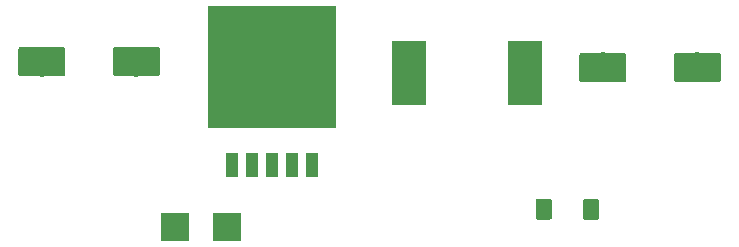
<source format=gbr>
G04 #@! TF.GenerationSoftware,KiCad,Pcbnew,5.1.4-e60b266~84~ubuntu18.04.1*
G04 #@! TF.CreationDate,2019-10-24T23:11:55-03:00*
G04 #@! TF.ProjectId,Fuente Step Up Xl6009 DC-DC ajustable 5v-35v_v2,4675656e-7465-4205-9374-657020557020,0b*
G04 #@! TF.SameCoordinates,Original*
G04 #@! TF.FileFunction,Paste,Top*
G04 #@! TF.FilePolarity,Positive*
%FSLAX46Y46*%
G04 Gerber Fmt 4.6, Leading zero omitted, Abs format (unit mm)*
G04 Created by KiCad (PCBNEW 5.1.4-e60b266~84~ubuntu18.04.1) date 2019-10-24 23:11:55*
%MOMM*%
%LPD*%
G04 APERTURE LIST*
%ADD10R,10.800000X10.410000*%
%ADD11R,1.066800X2.159000*%
%ADD12C,0.100000*%
%ADD13C,2.500000*%
%ADD14R,2.400000X2.400000*%
%ADD15R,2.900000X5.400000*%
%ADD16C,1.400000*%
G04 APERTURE END LIST*
D10*
X138000000Y-97460000D03*
D11*
X134596400Y-105791200D03*
X136298200Y-105791200D03*
X138000000Y-105791200D03*
X139701800Y-105791200D03*
X141403600Y-105791200D03*
D12*
G36*
X175774504Y-96251204D02*
G01*
X175798773Y-96254804D01*
X175822571Y-96260765D01*
X175845671Y-96269030D01*
X175867849Y-96279520D01*
X175888893Y-96292133D01*
X175908598Y-96306747D01*
X175926777Y-96323223D01*
X175943253Y-96341402D01*
X175957867Y-96361107D01*
X175970480Y-96382151D01*
X175980970Y-96404329D01*
X175989235Y-96427429D01*
X175995196Y-96451227D01*
X175998796Y-96475496D01*
X176000000Y-96500000D01*
X176000000Y-98500000D01*
X175998796Y-98524504D01*
X175995196Y-98548773D01*
X175989235Y-98572571D01*
X175980970Y-98595671D01*
X175970480Y-98617849D01*
X175957867Y-98638893D01*
X175943253Y-98658598D01*
X175926777Y-98676777D01*
X175908598Y-98693253D01*
X175888893Y-98707867D01*
X175867849Y-98720480D01*
X175845671Y-98730970D01*
X175822571Y-98739235D01*
X175798773Y-98745196D01*
X175774504Y-98748796D01*
X175750000Y-98750000D01*
X172250000Y-98750000D01*
X172225496Y-98748796D01*
X172201227Y-98745196D01*
X172177429Y-98739235D01*
X172154329Y-98730970D01*
X172132151Y-98720480D01*
X172111107Y-98707867D01*
X172091402Y-98693253D01*
X172073223Y-98676777D01*
X172056747Y-98658598D01*
X172042133Y-98638893D01*
X172029520Y-98617849D01*
X172019030Y-98595671D01*
X172010765Y-98572571D01*
X172004804Y-98548773D01*
X172001204Y-98524504D01*
X172000000Y-98500000D01*
X172000000Y-96500000D01*
X172001204Y-96475496D01*
X172004804Y-96451227D01*
X172010765Y-96427429D01*
X172019030Y-96404329D01*
X172029520Y-96382151D01*
X172042133Y-96361107D01*
X172056747Y-96341402D01*
X172073223Y-96323223D01*
X172091402Y-96306747D01*
X172111107Y-96292133D01*
X172132151Y-96279520D01*
X172154329Y-96269030D01*
X172177429Y-96260765D01*
X172201227Y-96254804D01*
X172225496Y-96251204D01*
X172250000Y-96250000D01*
X175750000Y-96250000D01*
X175774504Y-96251204D01*
X175774504Y-96251204D01*
G37*
D13*
X174000000Y-97500000D03*
D12*
G36*
X167774504Y-96251204D02*
G01*
X167798773Y-96254804D01*
X167822571Y-96260765D01*
X167845671Y-96269030D01*
X167867849Y-96279520D01*
X167888893Y-96292133D01*
X167908598Y-96306747D01*
X167926777Y-96323223D01*
X167943253Y-96341402D01*
X167957867Y-96361107D01*
X167970480Y-96382151D01*
X167980970Y-96404329D01*
X167989235Y-96427429D01*
X167995196Y-96451227D01*
X167998796Y-96475496D01*
X168000000Y-96500000D01*
X168000000Y-98500000D01*
X167998796Y-98524504D01*
X167995196Y-98548773D01*
X167989235Y-98572571D01*
X167980970Y-98595671D01*
X167970480Y-98617849D01*
X167957867Y-98638893D01*
X167943253Y-98658598D01*
X167926777Y-98676777D01*
X167908598Y-98693253D01*
X167888893Y-98707867D01*
X167867849Y-98720480D01*
X167845671Y-98730970D01*
X167822571Y-98739235D01*
X167798773Y-98745196D01*
X167774504Y-98748796D01*
X167750000Y-98750000D01*
X164250000Y-98750000D01*
X164225496Y-98748796D01*
X164201227Y-98745196D01*
X164177429Y-98739235D01*
X164154329Y-98730970D01*
X164132151Y-98720480D01*
X164111107Y-98707867D01*
X164091402Y-98693253D01*
X164073223Y-98676777D01*
X164056747Y-98658598D01*
X164042133Y-98638893D01*
X164029520Y-98617849D01*
X164019030Y-98595671D01*
X164010765Y-98572571D01*
X164004804Y-98548773D01*
X164001204Y-98524504D01*
X164000000Y-98500000D01*
X164000000Y-96500000D01*
X164001204Y-96475496D01*
X164004804Y-96451227D01*
X164010765Y-96427429D01*
X164019030Y-96404329D01*
X164029520Y-96382151D01*
X164042133Y-96361107D01*
X164056747Y-96341402D01*
X164073223Y-96323223D01*
X164091402Y-96306747D01*
X164111107Y-96292133D01*
X164132151Y-96279520D01*
X164154329Y-96269030D01*
X164177429Y-96260765D01*
X164201227Y-96254804D01*
X164225496Y-96251204D01*
X164250000Y-96250000D01*
X167750000Y-96250000D01*
X167774504Y-96251204D01*
X167774504Y-96251204D01*
G37*
D13*
X166000000Y-97500000D03*
D12*
G36*
X128274504Y-95751204D02*
G01*
X128298773Y-95754804D01*
X128322571Y-95760765D01*
X128345671Y-95769030D01*
X128367849Y-95779520D01*
X128388893Y-95792133D01*
X128408598Y-95806747D01*
X128426777Y-95823223D01*
X128443253Y-95841402D01*
X128457867Y-95861107D01*
X128470480Y-95882151D01*
X128480970Y-95904329D01*
X128489235Y-95927429D01*
X128495196Y-95951227D01*
X128498796Y-95975496D01*
X128500000Y-96000000D01*
X128500000Y-98000000D01*
X128498796Y-98024504D01*
X128495196Y-98048773D01*
X128489235Y-98072571D01*
X128480970Y-98095671D01*
X128470480Y-98117849D01*
X128457867Y-98138893D01*
X128443253Y-98158598D01*
X128426777Y-98176777D01*
X128408598Y-98193253D01*
X128388893Y-98207867D01*
X128367849Y-98220480D01*
X128345671Y-98230970D01*
X128322571Y-98239235D01*
X128298773Y-98245196D01*
X128274504Y-98248796D01*
X128250000Y-98250000D01*
X124750000Y-98250000D01*
X124725496Y-98248796D01*
X124701227Y-98245196D01*
X124677429Y-98239235D01*
X124654329Y-98230970D01*
X124632151Y-98220480D01*
X124611107Y-98207867D01*
X124591402Y-98193253D01*
X124573223Y-98176777D01*
X124556747Y-98158598D01*
X124542133Y-98138893D01*
X124529520Y-98117849D01*
X124519030Y-98095671D01*
X124510765Y-98072571D01*
X124504804Y-98048773D01*
X124501204Y-98024504D01*
X124500000Y-98000000D01*
X124500000Y-96000000D01*
X124501204Y-95975496D01*
X124504804Y-95951227D01*
X124510765Y-95927429D01*
X124519030Y-95904329D01*
X124529520Y-95882151D01*
X124542133Y-95861107D01*
X124556747Y-95841402D01*
X124573223Y-95823223D01*
X124591402Y-95806747D01*
X124611107Y-95792133D01*
X124632151Y-95779520D01*
X124654329Y-95769030D01*
X124677429Y-95760765D01*
X124701227Y-95754804D01*
X124725496Y-95751204D01*
X124750000Y-95750000D01*
X128250000Y-95750000D01*
X128274504Y-95751204D01*
X128274504Y-95751204D01*
G37*
D13*
X126500000Y-97000000D03*
D12*
G36*
X120274504Y-95751204D02*
G01*
X120298773Y-95754804D01*
X120322571Y-95760765D01*
X120345671Y-95769030D01*
X120367849Y-95779520D01*
X120388893Y-95792133D01*
X120408598Y-95806747D01*
X120426777Y-95823223D01*
X120443253Y-95841402D01*
X120457867Y-95861107D01*
X120470480Y-95882151D01*
X120480970Y-95904329D01*
X120489235Y-95927429D01*
X120495196Y-95951227D01*
X120498796Y-95975496D01*
X120500000Y-96000000D01*
X120500000Y-98000000D01*
X120498796Y-98024504D01*
X120495196Y-98048773D01*
X120489235Y-98072571D01*
X120480970Y-98095671D01*
X120470480Y-98117849D01*
X120457867Y-98138893D01*
X120443253Y-98158598D01*
X120426777Y-98176777D01*
X120408598Y-98193253D01*
X120388893Y-98207867D01*
X120367849Y-98220480D01*
X120345671Y-98230970D01*
X120322571Y-98239235D01*
X120298773Y-98245196D01*
X120274504Y-98248796D01*
X120250000Y-98250000D01*
X116750000Y-98250000D01*
X116725496Y-98248796D01*
X116701227Y-98245196D01*
X116677429Y-98239235D01*
X116654329Y-98230970D01*
X116632151Y-98220480D01*
X116611107Y-98207867D01*
X116591402Y-98193253D01*
X116573223Y-98176777D01*
X116556747Y-98158598D01*
X116542133Y-98138893D01*
X116529520Y-98117849D01*
X116519030Y-98095671D01*
X116510765Y-98072571D01*
X116504804Y-98048773D01*
X116501204Y-98024504D01*
X116500000Y-98000000D01*
X116500000Y-96000000D01*
X116501204Y-95975496D01*
X116504804Y-95951227D01*
X116510765Y-95927429D01*
X116519030Y-95904329D01*
X116529520Y-95882151D01*
X116542133Y-95861107D01*
X116556747Y-95841402D01*
X116573223Y-95823223D01*
X116591402Y-95806747D01*
X116611107Y-95792133D01*
X116632151Y-95779520D01*
X116654329Y-95769030D01*
X116677429Y-95760765D01*
X116701227Y-95754804D01*
X116725496Y-95751204D01*
X116750000Y-95750000D01*
X120250000Y-95750000D01*
X120274504Y-95751204D01*
X120274504Y-95751204D01*
G37*
D13*
X118500000Y-97000000D03*
D14*
X129800000Y-111000000D03*
X134200000Y-111000000D03*
D15*
X159450000Y-98000000D03*
X149550000Y-98000000D03*
D12*
G36*
X161474505Y-108601204D02*
G01*
X161498773Y-108604804D01*
X161522572Y-108610765D01*
X161545671Y-108619030D01*
X161567850Y-108629520D01*
X161588893Y-108642132D01*
X161608599Y-108656747D01*
X161626777Y-108673223D01*
X161643253Y-108691401D01*
X161657868Y-108711107D01*
X161670480Y-108732150D01*
X161680970Y-108754329D01*
X161689235Y-108777428D01*
X161695196Y-108801227D01*
X161698796Y-108825495D01*
X161700000Y-108849999D01*
X161700000Y-110150001D01*
X161698796Y-110174505D01*
X161695196Y-110198773D01*
X161689235Y-110222572D01*
X161680970Y-110245671D01*
X161670480Y-110267850D01*
X161657868Y-110288893D01*
X161643253Y-110308599D01*
X161626777Y-110326777D01*
X161608599Y-110343253D01*
X161588893Y-110357868D01*
X161567850Y-110370480D01*
X161545671Y-110380970D01*
X161522572Y-110389235D01*
X161498773Y-110395196D01*
X161474505Y-110398796D01*
X161450001Y-110400000D01*
X160549999Y-110400000D01*
X160525495Y-110398796D01*
X160501227Y-110395196D01*
X160477428Y-110389235D01*
X160454329Y-110380970D01*
X160432150Y-110370480D01*
X160411107Y-110357868D01*
X160391401Y-110343253D01*
X160373223Y-110326777D01*
X160356747Y-110308599D01*
X160342132Y-110288893D01*
X160329520Y-110267850D01*
X160319030Y-110245671D01*
X160310765Y-110222572D01*
X160304804Y-110198773D01*
X160301204Y-110174505D01*
X160300000Y-110150001D01*
X160300000Y-108849999D01*
X160301204Y-108825495D01*
X160304804Y-108801227D01*
X160310765Y-108777428D01*
X160319030Y-108754329D01*
X160329520Y-108732150D01*
X160342132Y-108711107D01*
X160356747Y-108691401D01*
X160373223Y-108673223D01*
X160391401Y-108656747D01*
X160411107Y-108642132D01*
X160432150Y-108629520D01*
X160454329Y-108619030D01*
X160477428Y-108610765D01*
X160501227Y-108604804D01*
X160525495Y-108601204D01*
X160549999Y-108600000D01*
X161450001Y-108600000D01*
X161474505Y-108601204D01*
X161474505Y-108601204D01*
G37*
D16*
X161000000Y-109500000D03*
D12*
G36*
X165474505Y-108601204D02*
G01*
X165498773Y-108604804D01*
X165522572Y-108610765D01*
X165545671Y-108619030D01*
X165567850Y-108629520D01*
X165588893Y-108642132D01*
X165608599Y-108656747D01*
X165626777Y-108673223D01*
X165643253Y-108691401D01*
X165657868Y-108711107D01*
X165670480Y-108732150D01*
X165680970Y-108754329D01*
X165689235Y-108777428D01*
X165695196Y-108801227D01*
X165698796Y-108825495D01*
X165700000Y-108849999D01*
X165700000Y-110150001D01*
X165698796Y-110174505D01*
X165695196Y-110198773D01*
X165689235Y-110222572D01*
X165680970Y-110245671D01*
X165670480Y-110267850D01*
X165657868Y-110288893D01*
X165643253Y-110308599D01*
X165626777Y-110326777D01*
X165608599Y-110343253D01*
X165588893Y-110357868D01*
X165567850Y-110370480D01*
X165545671Y-110380970D01*
X165522572Y-110389235D01*
X165498773Y-110395196D01*
X165474505Y-110398796D01*
X165450001Y-110400000D01*
X164549999Y-110400000D01*
X164525495Y-110398796D01*
X164501227Y-110395196D01*
X164477428Y-110389235D01*
X164454329Y-110380970D01*
X164432150Y-110370480D01*
X164411107Y-110357868D01*
X164391401Y-110343253D01*
X164373223Y-110326777D01*
X164356747Y-110308599D01*
X164342132Y-110288893D01*
X164329520Y-110267850D01*
X164319030Y-110245671D01*
X164310765Y-110222572D01*
X164304804Y-110198773D01*
X164301204Y-110174505D01*
X164300000Y-110150001D01*
X164300000Y-108849999D01*
X164301204Y-108825495D01*
X164304804Y-108801227D01*
X164310765Y-108777428D01*
X164319030Y-108754329D01*
X164329520Y-108732150D01*
X164342132Y-108711107D01*
X164356747Y-108691401D01*
X164373223Y-108673223D01*
X164391401Y-108656747D01*
X164411107Y-108642132D01*
X164432150Y-108629520D01*
X164454329Y-108619030D01*
X164477428Y-108610765D01*
X164501227Y-108604804D01*
X164525495Y-108601204D01*
X164549999Y-108600000D01*
X165450001Y-108600000D01*
X165474505Y-108601204D01*
X165474505Y-108601204D01*
G37*
D16*
X165000000Y-109500000D03*
M02*

</source>
